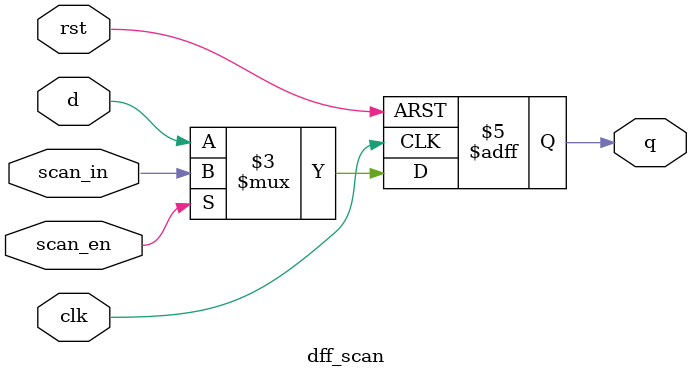
<source format=v>
module dff_scan (
    input clk,
    input rst,
    input d,
    input scan_en,
    input scan_in,
    output reg q
);

always @(posedge clk or posedge rst) begin
    if (rst)
        q <= 0;
    else if (scan_en)
        q <= scan_in;
    else
        q <= d;
end

endmodule

</source>
